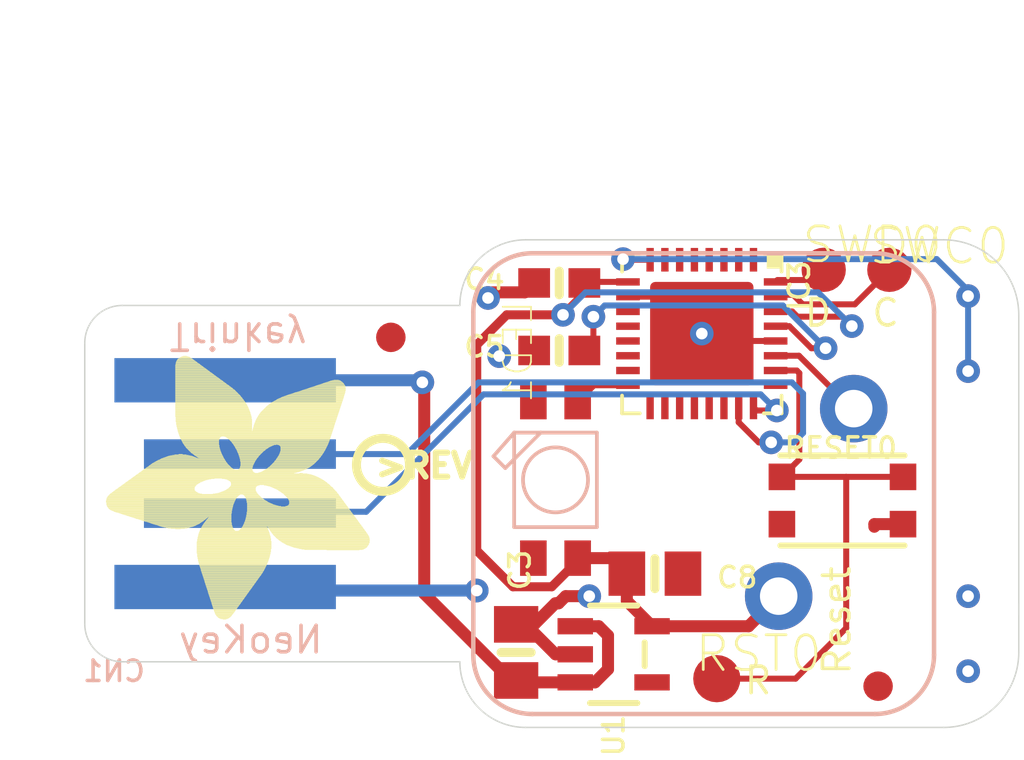
<source format=kicad_pcb>
(kicad_pcb (version 20211014) (generator pcbnew)
  (layers (0 "F.Cu" signal) (31 "B.Cu" signal) (34 "B.Paste" user) (35 "F.Paste" user) (36 "B.SilkS" user "B.Silkscreen") (37 "F.SilkS" user "F.Silkscreen") (38 "B.Mask" user) (39 "F.Mask" user) (44 "Edge.Cuts" user))
  (net 0 "")
  (net 1 "GND")
  (net 2 "D-")
  (net 3 "D+")
  (net 4 "VBUS")
  (net 5 "~{RESET}")
  (net 6 "3.3V")
  (net 7 "SWCLK")
  (net 8 "SWDIO")
  (net 9 "VDDCORE1")
  (net 10 "TOUCH")
  (net 11 "SWITCH")
  (net 12 "N$1")
  (footprint "boardEagle:TP16R" (layer "F.Cu") (at 154.0891 111.6076)
    (fp_text reference "RST0" (at -0.8001 -0.8499) (layer "F.SilkS") (effects (font (size 1.176528 1.176528) (thickness 0.093472)) (justify left)))
    (fp_text value "RST")
    (pad "TP" smd roundrect (at 0 0) (size 1.6 1.6) (layers "F.Cu" "F.Mask") (roundrect_rratio 0.5) (net 5 "~{RESET}"))
  )
  (footprint "boardEagle:SOT23-5" (layer "F.Cu") (at 150.5966 110.7821 -90)
    (fp_text reference "U1" (at 1.978 0 90) (layer "F.SilkS") (effects (font (size 0.692831 0.692831) (thickness 0.119969)) (justify right)))
    (fp_text value "AP2112K-3.3")
    (pad "1" smd rect (at -0.95 1.3001 270) (size 0.55 1.2) (layers "F.Cu" "F.Paste" "F.Mask") (net 4 "VBUS"))
    (pad "2" smd rect (at 0 1.3001 270) (size 0.55 1.2) (layers "F.Cu" "F.Paste" "F.Mask") (net 1 "GND"))
    (pad "3" smd rect (at 0.95 1.3001 270) (size 0.55 1.2) (layers "F.Cu" "F.Paste" "F.Mask") (net 4 "VBUS"))
    (pad "4" smd rect (at 0.95 -1.3001 270) (size 0.55 1.2) (layers "F.Cu" "F.Paste" "F.Mask"))
    (pad "5" smd rect (at -0.95 -1.3001 270) (size 0.55 1.2) (layers "F.Cu" "F.Paste" "F.Mask") (net 6 "3.3V"))
  )
  (footprint "boardEagle:0603-NO" (layer "F.Cu") (at 148.7551 98.2091 180)
    (fp_text reference "C4" (at 1.778 0.127) (layer "F.SilkS") (effects (font (size 0.692831 0.692831) (thickness 0.119969)) (justify right)))
    (fp_text value "1uF")
    (pad "1" smd rect (at -0.85 0 180) (size 1.075 1) (layers "F.Cu" "F.Paste" "F.Mask") (net 6 "3.3V"))
    (pad "2" smd rect (at 0.85 0 180) (size 1.075 1) (layers "F.Cu" "F.Paste" "F.Mask") (net 1 "GND"))
  )
  (footprint "boardEagle:BTN_KMR2_4.6X2.8" (layer "F.Cu") (at 158.3436 105.5751)
    (fp_text reference "RESET0" (at -2.032 -1.778) (layer "F.SilkS") (effects (font (size 0.692831 0.692831) (thickness 0.119969)) (justify left)))
    (fp_text value "KMR2")
    (pad "A" smd rect (at 2.05 -0.8) (size 0.9 0.9) (layers "F.Cu" "F.Paste" "F.Mask") (net 5 "~{RESET}"))
    (pad "A'" smd rect (at -2.05 -0.8) (size 0.9 0.9) (layers "F.Cu" "F.Paste" "F.Mask") (net 5 "~{RESET}"))
    (pad "B" smd rect (at 2.05 0.8) (size 0.9 0.9) (layers "F.Cu" "F.Paste" "F.Mask") (net 1 "GND"))
    (pad "B'" smd rect (at -2.05 0.8) (size 0.9 0.9) (layers "F.Cu" "F.Paste" "F.Mask") (net 1 "GND"))
  )
  (footprint "boardEagle:FIDUCIAL_1MM" (layer "F.Cu") (at 143.0528 100.0506 180)
    (fp_text reference "FID2" hide)
    (fp_text value "FIDUCIAL_1MM" hide)
    (pad "1" smd roundrect (at 0 0 180) (size 1 1) (layers "F.Cu" "F.Mask") (roundrect_rratio 0.5))
  )
  (footprint "boardEagle:0603-NO" (layer "F.Cu") (at 148.7551 100.4951 180)
    (fp_text reference "C5" (at 1.778 0.127) (layer "F.SilkS") (effects (font (size 0.692831 0.692831) (thickness 0.119969)) (justify right)))
    (fp_text value "1uF")
    (pad "1" smd rect (at -0.85 0 180) (size 1.075 1) (layers "F.Cu" "F.Paste" "F.Mask") (net 9 "VDDCORE1"))
    (pad "2" smd rect (at 0.85 0 180) (size 1.075 1) (layers "F.Cu" "F.Paste" "F.Mask") (net 1 "GND"))
  )
  (footprint "boardEagle:TP15R" (layer "F.Cu") (at 159.9311 97.7646)
    (fp_text reference "SWC0" (at -0.7501 -0.8001) (layer "F.SilkS") (effects (font (size 1.176528 1.176528) (thickness 0.093472)) (justify left)))
    (fp_text value "SWC")
    (pad "TP" smd roundrect (at 0 0) (size 1.5 1.5) (layers "F.Cu" "F.Mask") (roundrect_rratio 0.5) (net 7 "SWCLK"))
  )
  (footprint "boardEagle:TP15R" (layer "F.Cu") (at 157.7086 97.7646)
    (fp_text reference "SWD0" (at -0.8001 -0.8499) (layer "F.SilkS") (effects (font (size 1.176528 1.176528) (thickness 0.093472)) (justify left)))
    (fp_text value "SWD")
    (pad "TP" smd roundrect (at 0 0) (size 1.5 1.5) (layers "F.Cu" "F.Mask") (roundrect_rratio 0.5) (net 8 "SWDIO"))
  )
  (footprint "boardEagle:FIDUCIAL_1MM" (layer "F.Cu") (at 159.5501 111.8616)
    (fp_text reference "FID1" hide)
    (fp_text value "FIDUCIAL_1MM" hide)
    (pad "1" smd roundrect (at 0 0) (size 1 1) (layers "F.Cu" "F.Mask") (roundrect_rratio 0.5))
  )
  (footprint "boardEagle:ADAFRUIT_9MM" (layer "F.Cu") (at 142.3416 100.6856 180)
    (fp_text reference "U$6" hide)
    (fp_text value "" hide)
  )
  (footprint "boardEagle:0805-NO" (layer "F.Cu") (at 151.9936 108.0516)
    (fp_text reference "C8" (at 2.032 0.127) (layer "F.SilkS") (effects (font (size 0.692831 0.692831) (thickness 0.119969)) (justify left)))
    (fp_text value "10uF")
    (pad "1" smd rect (at -0.95 0) (size 1.24 1.5) (layers "F.Cu" "F.Paste" "F.Mask") (net 6 "3.3V"))
    (pad "2" smd rect (at 0.95 0) (size 1.24 1.5) (layers "F.Cu" "F.Paste" "F.Mask") (net 1 "GND"))
  )
  (footprint "boardEagle:PCBFEAT-REV-040" (layer "F.Cu") (at 142.7861 104.3686)
    (fp_text reference "U$8" hide)
    (fp_text value "" hide)
    (fp_text user ">REV" (at -0.3556 0.508) (layer "F.SilkS") (effects (font (size 0.8128 0.8128) (thickness 0.2032)) (justify left bottom)))
  )
  (footprint "boardEagle:0805-NO" (layer "F.Cu") (at 147.2946 110.7186 90)
    (fp_text reference "C3" (at 2.032 0.127 90) (layer "F.SilkS") (effects (font (size 0.692831 0.692831) (thickness 0.119969)) (justify left)))
    (fp_text value "10uF")
    (pad "1" smd rect (at -0.95 0 90) (size 1.24 1.5) (layers "F.Cu" "F.Paste" "F.Mask") (net 4 "VBUS"))
    (pad "2" smd rect (at 0.95 0 90) (size 1.24 1.5) (layers "F.Cu" "F.Paste" "F.Mask") (net 1 "GND"))
  )
  (footprint "boardEagle:QFN32_5MM" (layer "F.Cu") (at 153.5811 99.9236 -90)
    (fp_text reference "IC3" (at -2.54 -3.298 90) (layer "F.SilkS") (effects (font (size 0.692831 0.692831) (thickness 0.119969)) (justify right)))
    (fp_text value "ATSAMD21E")
    (pad "1" smd rect (at -2.5 -1.75) (size 0.25 0.8) (layers "F.Cu" "F.Paste"))
    (pad "2" smd rect (at -2.5 -1.25) (size 0.25 0.8) (layers "F.Cu" "F.Paste"))
    (pad "3" smd rect (at -2.5 -0.75) (size 0.25 0.8) (layers "F.Cu" "F.Paste"))
    (pad "4" smd rect (at -2.5 -0.25) (size 0.25 0.8) (layers "F.Cu" "F.Paste"))
    (pad "5" smd rect (at -2.5 0.25) (size 0.25 0.8) (layers "F.Cu" "F.Paste"))
    (pad "6" smd rect (at -2.5 0.75) (size 0.25 0.8) (layers "F.Cu" "F.Paste"))
    (pad "7" smd rect (at -2.5 1.25) (size 0.25 0.8) (layers "F.Cu" "F.Paste"))
    (pad "8" smd rect (at -2.5 1.75) (size 0.25 0.8) (layers "F.Cu" "F.Paste") (net 10 "TOUCH"))
    (pad "9" smd rect (at -1.75 2.5 90) (size 0.25 0.8) (layers "F.Cu" "F.Paste") (net 6 "3.3V"))
    (pad "10" smd rect (at -1.25 2.5 90) (size 0.25 0.8) (layers "F.Cu" "F.Paste") (net 1 "GND"))
    (pad "11" smd rect (at -0.75 2.5 90) (size 0.25 0.8) (layers "F.Cu" "F.Paste"))
    (pad "12" smd rect (at -0.25 2.5 90) (size 0.25 0.8) (layers "F.Cu" "F.Paste"))
    (pad "13" smd rect (at 0.25 2.5 90) (size 0.25 0.8) (layers "F.Cu" "F.Paste"))
    (pad "14" smd rect (at 0.75 2.5 90) (size 0.25 0.8) (layers "F.Cu" "F.Paste"))
    (pad "15" smd rect (at 1.25 2.5 90) (size 0.25 0.8) (layers "F.Cu" "F.Paste"))
    (pad "16" smd rect (at 1.75 2.5 90) (size 0.25 0.8) (layers "F.Cu" "F.Paste") (net 12 "N$1"))
    (pad "17" smd rect (at 2.5 1.75 180) (size 0.25 0.8) (layers "F.Cu" "F.Paste"))
    (pad "18" smd rect (at 2.5 1.25 180) (size 0.25 0.8) (layers "F.Cu" "F.Paste"))
    (pad "19" smd rect (at 2.5 0.75 180) (size 0.25 0.8) (layers "F.Cu" "F.Paste"))
    (pad "20" smd rect (at 2.5 0.25 180) (size 0.25 0.8) (layers "F.Cu" "F.Paste"))
    (pad "21" smd rect (at 2.5 -0.25 180) (size 0.25 0.8) (layers "F.Cu" "F.Paste"))
    (pad "22" smd rect (at 2.5 -0.75 180) (size 0.25 0.8) (layers "F.Cu" "F.Paste"))
    (pad "23" smd rect (at 2.5 -1.25 180) (size 0.25 0.8) (layers "F.Cu" "F.Paste") (net 2 "D-"))
    (pad "24" smd rect (at 2.5 -1.75 180) (size 0.25 0.8) (layers "F.Cu" "F.Paste") (net 3 "D+"))
    (pad "25" smd rect (at 1.75 -2.5 270) (size 0.25 0.8) (layers "F.Cu" "F.Paste"))
    (pad "26" smd rect (at 1.25 -2.5 270) (size 0.25 0.8) (layers "F.Cu" "F.Paste") (net 5 "~{RESET}"))
    (pad "27" smd rect (at 0.75 -2.5 270) (size 0.25 0.8) (layers "F.Cu" "F.Paste") (net 11 "SWITCH"))
    (pad "28" smd rect (at 0.25 -2.5 270) (size 0.25 0.8) (layers "F.Cu" "F.Paste") (net 1 "GND"))
    (pad "29" smd rect (at -0.25 -2.5 270) (size 0.25 0.8) (layers "F.Cu" "F.Paste") (net 9 "VDDCORE1"))
    (pad "30" smd rect (at -0.75 -2.5 270) (size 0.25 0.8) (layers "F.Cu" "F.Paste") (net 6 "3.3V"))
    (pad "31" smd rect (at -1.25 -2.5 270) (size 0.25 0.8) (layers "F.Cu" "F.Paste") (net 7 "SWCLK"))
    (pad "32" smd rect (at -1.75 -2.5 270) (size 0.25 0.8) (layers "F.Cu" "F.Paste") (net 8 "SWDIO"))
    (pad "33" smd roundrect (at 0 0 270) (size 3.5 3.5) (layers "F.Cu" "F.Mask") (roundrect_rratio 0.05) (net 1 "GND"))
  )
  (footprint "boardEagle:USBA_PCB" (layer "B.Cu") (at 137.6426 105.0036)
    (fp_text reference "CN1" (at -5.08 6.35) (layer "B.SilkS") (effects (font (size 0.692831 0.692831) (thickness 0.119969)) (justify right mirror)))
    (fp_text value "")
    (pad "GND" smd rect (at -0.2 3.5) (size 7.5 1.5) (layers "B.Cu" "B.Mask") (net 1 "GND"))
    (pad "USB_NEG" smd rect (at 0.3 -1) (size 6.5 1) (layers "B.Cu" "B.Mask") (net 2 "D-"))
    (pad "USB_PLUS" smd rect (at 0.3 1) (size 6.5 1) (layers "B.Cu" "B.Mask") (net 3 "D+"))
    (pad "VCC" smd rect (at -0.2 -3.5) (size 7.5 1.5) (layers "B.Cu" "B.Mask") (net 4 "VBUS"))
  )
  (footprint "boardEagle:KAILH_BOX_MX_NOSTABILIZERS" (layer "B.Cu") (at 153.6446 105.0036 90)
    (fp_text reference "SW1" hide)
    (fp_text value "MX" hide)
    (pad "" np_thru_hole circle (at 0 0 90) (size 3.9 3.9) (drill 3.9) (layers *.Cu *.Mask))
    (pad "1" thru_hole circle (at -3.81 2.54 90) (size 2.286 2.286) (drill 1.27) (layers *.Cu *.Mask) (net 6 "3.3V"))
    (pad "2" thru_hole circle (at 2.54 5.08 90) (size 2.286 2.286) (drill 1.27) (layers *.Cu *.Mask) (net 11 "SWITCH"))
  )
  (footprint "boardEagle:NEO3535_REVERSE" (layer "B.Cu") (at 148.6281 104.8766 -90)
    (fp_text reference "LED1" (at -2.54 1.27 -270) (layer "F.SilkS") (effects (font (size 0.957478 0.957478) (thickness 0.058522)) (justify right mirror)))
    (fp_text value "WS2812B_SK6812E")
    (pad "1-VDD" smd rect (at 2.65 -0.75 270) (size 1.2 0.9) (layers "F.Cu" "F.Paste" "F.Mask") (net 6 "3.3V"))
    (pad "2-DOUT" smd rect (at 2.65 0.75 270) (size 1.2 0.9) (layers "F.Cu" "F.Paste" "F.Mask"))
    (pad "3-GND" smd rect (at -2.65 0.75 270) (size 1.2 0.9) (layers "F.Cu" "F.Paste" "F.Mask") (net 1 "GND"))
    (pad "4-DIN" smd rect (at -2.65 -0.75 270) (size 1.2 0.9) (layers "F.Cu" "F.Paste" "F.Mask") (net 12 "N$1"))
  )
  (gr_arc (start 147.6121 113.2586) (mid 146.040555 112.607645) (end 145.3896 111.0361) (layer "Edge.Cuts") (width 0.05))
  (gr_arc (start 133.9896 111.0361) (mid 133.076574 110.670339) (end 132.6896 109.7661) (layer "Edge.Cuts") (width 0.05))
  (gr_line (start 132.6896 100.2411) (end 132.6896 109.7661) (layer "Edge.Cuts") (width 0.05))
  (gr_arc (start 132.6896 100.2411) (mid 133.061574 99.343074) (end 133.9596 98.9711) (layer "Edge.Cuts") (width 0.05))
  (gr_line (start 145.3896 98.9711) (end 133.9596 98.9711) (layer "Edge.Cuts") (width 0.05))
  (gr_line (start 133.9896 111.0361) (end 145.3896 111.0361) (layer "Edge.Cuts") (width 0.05))
  (gr_line (start 164.3126 110.7186) (end 164.3126 109.0676) (layer "Edge.Cuts") (width 0.05))
  (gr_line (start 164.3126 109.4486) (end 164.3126 99.2886) (layer "Edge.Cuts") (width 0.05))
  (gr_line (start 161.7726 96.7486) (end 147.6121 96.7486) (layer "Edge.Cuts") (width 0.05))
  (gr_arc (start 164.3126 110.7186) (mid 163.568651 112.514651) (end 161.7726 113.2586) (layer "Edge.Cuts") (width 0.05))
  (gr_arc (start 145.3896 98.9711) (mid 146.040555 97.399555) (end 147.6121 96.7486) (layer "Edge.Cuts") (width 0.05))
  (gr_arc (start 161.7726 96.7486) (mid 163.568651 97.492549) (end 164.3126 99.2886) (layer "Edge.Cuts") (width 0.05))
  (gr_line (start 147.6121 113.2586) (end 161.7726 113.2586) (layer "Edge.Cuts") (width 0.05))
  (gr_text "Trinkey" (at 135.4836 99.4791 -180) (layer "B.SilkS") (effects (font (size 0.89408 0.89408) (thickness 0.12192)) (justify left bottom mirror)))
  (gr_text "NeoKey" (at 135.8011 109.7661) (layer "B.SilkS") (effects (font (size 0.89408 0.89408) (thickness 0.12192)) (justify right top mirror)))
  (gr_text "D" (at 157.5181 99.2251) (layer "F.SilkS") (effects (font (size 0.89408 0.89408) (thickness 0.12192))))
  (gr_text "C" (at 159.8041 99.2251) (layer "F.SilkS") (effects (font (size 0.89408 0.89408) (thickness 0.12192))))
  (gr_text "Reset" (at 158.1531 109.6391 90) (layer "F.SilkS") (effects (font (size 0.89408 0.89408) (thickness 0.12192))))
  (gr_text "R" (at 155.4861 111.6711) (layer "F.SilkS") (effects (font (size 0.89408 0.89408) (thickness 0.12192))))
  (segment (start 149.2965 110.7821) (end 148.6281 110.7821) (width 0.4064) (layer "F.Cu") (net 1))
  (segment (start 148.973868 108.8136) (end 149.7711 108.8136) (width 0.4064) (layer "F.Cu") (net 1))
  (segment (start 153.2636 99.9236) (end 153.5811 99.9236) (width 0.2032) (layer "F.Cu") (net 1))
  (segment (start 152.8826 99.9236) (end 153.2636 99.9236) (width 0.2032) (layer "F.Cu") (net 1))
  (segment (start 159.4231 106.3751) (end 159.4231 106.4641) (width 0.4064) (layer "F.Cu") (net 1))
  (segment (start 148.6281 110.7821) (end 147.6146 109.7686) (width 0.4064) (layer "F.Cu") (net 1))
  (segment (start 153.2636 100.1736) (end 153.2636 99.9236) (width 0.2032) (layer "F.Cu") (net 1))
  (segment (start 151.0811 98.6736) (end 152.8826 98.6736) (width 0.2032) (layer "F.Cu") (net 1))
  (segment (start 160.3936 106.3751) (end 159.4231 106.3751) (width 0.4064) (layer "F.Cu") (net 1))
  (segment (start 147.5876 98.5266) (end 146.4691 98.5266) (width 0.4064) (layer "F.Cu") (net 1))
  (segment (start 152.8826 98.6736) (end 152.8826 99.9236) (width 0.2032) (layer "F.Cu") (net 1))
  (segment (start 148.623962 109.0549) (end 148.732568 109.0549) (width 0.4064) (layer "F.Cu") (net 1))
  (segment (start 147.9051 98.2091) (end 147.5876 98.5266) (width 0.4064) (layer "F.Cu") (net 1))
  (segment (start 156.0811 100.1736) (end 153.2636 100.1736) (width 0.2032) (layer "F.Cu") (net 1))
  (segment (start 147.910262 109.7686) (end 148.623962 109.0549) (width 0.4064) (layer "F.Cu") (net 1))
  (segment (start 147.2946 109.7686) (end 147.910262 109.7686) (width 0.4064) (layer "F.Cu") (net 1))
  (segment (start 147.6146 109.7686) (end 147.2946 109.7686) (width 0.4064) (layer "F.Cu") (net 1))
  (segment (start 148.732568 109.0549) (end 148.973868 108.8136) (width 0.4064) (layer "F.Cu") (net 1))
  (via (at 149.7711 108.8136) (size 0.8001) (drill 0.3937) (layers "F.Cu" "B.Cu") (net 1))
  (via (at 153.5811 99.9236) (size 0.8001) (drill 0.3937) (layers "F.Cu" "B.Cu") (net 1))
  (via (at 146.3421 98.7171) (size 0.8001) (drill 0.3937) (layers "F.Cu" "B.Cu") (net 1))
  (via (at 146.7231 100.6856) (size 0.8001) (drill 0.3937) (layers "F.Cu" "B.Cu") (net 1))
  (via (at 145.9611 108.6231) (size 0.8001) (drill 0.3937) (layers "F.Cu" "B.Cu") (net 1))
  (segment (start 137.4426 108.6231) (end 145.9611 108.6231) (width 0.4064) (layer "B.Cu") (net 1))
  (segment (start 137.4426 108.5036) (end 137.4426 108.6231) (width 0.4064) (layer "B.Cu") (net 1))
  (segment (start 154.8311 102.4236) (end 154.8311 102.929488) (width 0.2032) (layer "F.Cu") (net 2))
  (segment (start 155.508368 103.606757) (end 155.930443 103.606757) (width 0.2032) (layer "F.Cu") (net 2))
  (segment (start 154.8311 102.929488) (end 155.508368 103.606757) (width 0.2032) (layer "F.Cu") (net 2))
  (via (at 155.930443 103.606757) (size 0.8001) (drill 0.3937) (layers "F.Cu" "B.Cu") (net 2))
  (segment (start 146.0246 101.5746) (end 156.6291 101.5746) (width 0.2032) (layer "B.Cu") (net 2))
  (segment (start 137.9426 104.0036) (end 143.5956 104.0036) (width 0.2032) (layer "B.Cu") (net 2))
  (segment (start 157.0101 101.9556) (end 157.0101 103.2891) (width 0.2032) (layer "B.Cu") (net 2))
  (segment (start 157.0101 103.2891) (end 156.692443 103.606757) (width 0.2032) (layer "B.Cu") (net 2))
  (segment (start 156.6291 101.5746) (end 157.0101 101.9556) (width 0.2032) (layer "B.Cu") (net 2))
  (segment (start 156.692443 103.606757) (end 155.930443 103.606757) (width 0.2032) (layer "B.Cu") (net 2))
  (segment (start 143.5956 104.0036) (end 146.0246 101.5746) (width 0.2032) (layer "B.Cu") (net 2))
  (segment (start 155.4346 102.5271) (end 156.1211 102.5271) (width 0.2032) (layer "F.Cu") (net 3))
  (segment (start 155.3311 102.4236) (end 155.4346 102.5271) (width 0.2032) (layer "F.Cu") (net 3))
  (via (at 156.1211 102.5271) (size 0.8001) (drill 0.3937) (layers "F.Cu" "B.Cu") (net 3))
  (segment (start 156.1211 102.5271) (end 155.575 101.981) (width 0.2032) (layer "B.Cu") (net 3))
  (segment (start 146.192937 101.981) (end 142.217837 105.9561) (width 0.2032) (layer "B.Cu") (net 3))
  (segment (start 139.3571 105.9561) (end 139.2936 105.8926) (width 0.2032) (layer "B.Cu") (net 3))
  (segment (start 139.2936 105.8926) (end 138.0536 105.8926) (width 0.2032) (layer "B.Cu") (net 3))
  (segment (start 142.217837 105.9561) (end 139.3571 105.9561) (width 0.2032) (layer "B.Cu") (net 3))
  (segment (start 138.0536 105.8926) (end 137.9426 106.0036) (width 0.2032) (layer "B.Cu") (net 3))
  (segment (start 155.575 101.981) (end 146.192937 101.981) (width 0.2032) (layer "B.Cu") (net 3))
  (segment (start 150.4061 111.2901) (end 149.9641 111.7321) (width 0.4064) (layer "F.Cu") (net 4))
  (segment (start 150.4061 110.1471) (end 150.4061 111.2901) (width 0.4064) (layer "F.Cu") (net 4))
  (segment (start 144.1831 101.6381) (end 144.1831 108.728837) (width 0.4064) (layer "F.Cu") (net 4))
  (segment (start 147.2946 111.6686) (end 147.3581 111.7321) (width 0.4064) (layer "F.Cu") (net 4))
  (segment (start 150.0911 109.8321) (end 150.4061 110.1471) (width 0.4064) (layer "F.Cu") (net 4))
  (segment (start 149.2965 109.8321) (end 150.0911 109.8321) (width 0.4064) (layer "F.Cu") (net 4))
  (segment (start 147.122862 111.6686) (end 144.1831 108.728837) (width 0.4064) (layer "F.Cu") (net 4))
  (segment (start 147.122862 111.6686) (end 147.2946 111.6686) (width 0.4064) (layer "F.Cu") (net 4))
  (segment (start 144.1196 101.5746) (end 144.1831 101.6381) (width 0.4064) (layer "F.Cu") (net 4))
  (segment (start 149.9641 111.7321) (end 149.2965 111.7321) (width 0.4064) (layer "F.Cu") (net 4))
  (segment (start 147.3581 111.7321) (end 149.2965 111.7321) (width 0.4064) (layer "F.Cu") (net 4))
  (via (at 144.1196 101.5746) (size 0.8001) (drill 0.3937) (layers "F.Cu" "B.Cu") (net 4))
  (segment (start 137.4426 101.5036) (end 144.0486 101.5036) (width 0.4064) (layer "B.Cu") (net 4))
  (segment (start 144.0486 101.5036) (end 144.1196 101.5746) (width 0.4064) (layer "B.Cu") (net 4))
  (segment (start 156.7561 111.6076) (end 158.4706 109.8931) (width 0.2032) (layer "F.Cu") (net 5))
  (segment (start 156.2936 104.7751) (end 158.4706 104.7751) (width 0.2032) (layer "F.Cu") (net 5))
  (segment (start 156.0811 101.1736) (end 156.796362 101.1736) (width 0.2032) (layer "F.Cu") (net 5))
  (segment (start 156.796362 101.1736) (end 156.8831 101.260338) (width 0.2032) (layer "F.Cu") (net 5))
  (segment (start 158.4706 109.8931) (end 158.4706 104.7751) (width 0.2032) (layer "F.Cu") (net 5))
  (segment (start 156.8831 104.1856) (end 156.2936 104.7751) (width 0.2032) (layer "F.Cu") (net 5))
  (segment (start 156.8831 101.260338) (end 156.8831 104.1856) (width 0.2032) (layer "F.Cu") (net 5))
  (segment (start 158.4706 104.7751) (end 160.3936 104.7751) (width 0.2032) (layer "F.Cu") (net 5))
  (segment (start 154.0891 111.6076) (end 156.7561 111.6076) (width 0.2032) (layer "F.Cu") (net 5))
  (segment (start 156.8196 99.3521) (end 156.6411 99.1736) (width 0.2032) (layer "F.Cu") (net 6))
  (segment (start 148.8821 99.2886) (end 146.9771 99.2886) (width 0.3048) (layer "F.Cu") (net 6))
  (segment (start 145.9611 100.3046) (end 145.9611 107.269) (width 0.3048) (layer "F.Cu") (net 6))
  (segment (start 158.3436 99.3521) (end 158.6611 99.6696) (width 0.2032) (layer "F.Cu") (net 6))
  (segment (start 149.6051 98.5021) (end 148.8821 99.2251) (width 0.2032) (layer "F.Cu") (net 6))
  (segment (start 151.0436 108.0516) (end 150.5186 107.5266) (width 0.4064) (layer "F.Cu") (net 6))
  (segment (start 146.9771 99.2886) (end 145.9611 100.3046) (width 0.3048) (layer "F.Cu") (net 6))
  (segment (start 156.0811 99.1736) (end 156.6411 99.1736) (width 0.2032) (layer "F.Cu") (net 6))
  (segment (start 151.8967 109.8321) (end 155.1661 109.8321) (width 0.4064) (layer "F.Cu") (net 6))
  (segment (start 148.8821 99.2251) (end 148.8821 99.2886) (width 0.2032) (layer "F.Cu") (net 6))
  (segment (start 151.0436 108.979) (end 151.0436 108.0516) (width 0.4064) (layer "F.Cu") (net 6))
  (segment (start 155.1661 109.8321) (end 156.1846 108.8136) (width 0.4064) (layer "F.Cu") (net 6))
  (segment (start 147.1882 108.4961) (end 148.5011 108.4961) (width 0.3048) (layer "F.Cu") (net 6))
  (segment (start 151.8967 109.8321) (end 151.0436 108.979) (width 0.4064) (layer "F.Cu") (net 6))
  (segment (start 149.6051 98.2091) (end 149.6051 98.5021) (width 0.2032) (layer "F.Cu") (net 6))
  (segment (start 149.8456 98.1736) (end 149.6051 98.2091) (width 0.2032) (layer "F.Cu") (net 6))
  (segment (start 148.5011 108.4961) (end 149.3781 107.6191) (width 0.3048) (layer "F.Cu") (net 6))
  (segment (start 145.9611 107.269) (end 147.1882 108.4961) (width 0.3048) (layer "F.Cu") (net 6))
  (segment (start 151.0811 98.1736) (end 149.8456 98.1736) (width 0.2032) (layer "F.Cu") (net 6))
  (segment (start 150.5186 107.5266) (end 149.3781 107.5266) (width 0.4064) (layer "F.Cu") (net 6))
  (segment (start 158.3436 99.3521) (end 156.8196 99.3521) (width 0.2032) (layer "F.Cu") (net 6))
  (segment (start 149.3781 107.6191) (end 149.3781 107.5266) (width 0.3048) (layer "F.Cu") (net 6))
  (via (at 158.6611 99.6696) (size 0.8001) (drill 0.3937) (layers "F.Cu" "B.Cu") (net 6))
  (via (at 148.8821 99.2886) (size 0.8001) (drill 0.3937) (layers "F.Cu" "B.Cu") (net 6))
  (segment (start 148.8821 99.2886) (end 149.6441 98.5266) (width 0.2032) (layer "B.Cu") (net 6))
  (segment (start 158.6611 99.6696) (end 157.5181 98.5266) (width 0.2032) (layer "B.Cu") (net 6))
  (segment (start 157.5181 98.5266) (end 149.6441 98.5266) (width 0.2032) (layer "B.Cu") (net 6))
  (segment (start 158.7628 98.9329) (end 159.9311 97.7646) (width 0.2032) (layer "F.Cu") (net 7))
  (segment (start 156.674175 98.6101) (end 156.996975 98.9329) (width 0.2032) (layer "F.Cu") (net 7))
  (segment (start 156.674175 98.6101) (end 156.1446 98.6101) (width 0.2032) (layer "F.Cu") (net 7))
  (segment (start 156.996975 98.9329) (end 158.7628 98.9329) (width 0.2032) (layer "F.Cu") (net 7))
  (segment (start 156.0811 98.6736) (end 156.1446 98.6101) (width 0.2032) (layer "F.Cu") (net 7))
  (segment (start 157.4266 98.1101) (end 156.1446 98.1101) (width 0.2032) (layer "F.Cu") (net 8))
  (segment (start 156.0811 98.1736) (end 156.1446 98.1101) (width 0.2032) (layer "F.Cu") (net 8))
  (segment (start 157.4266 98.1101) (end 157.7086 97.7646) (width 0.2032) (layer "F.Cu") (net 8))
  (segment (start 149.9108 100.1894) (end 149.9108 99.3521) (width 0.2032) (layer "F.Cu") (net 9))
  (segment (start 157.2904 100.4189) (end 157.7721 100.4189) (width 0.2032) (layer "F.Cu") (net 9))
  (segment (start 156.0811 99.6736) (end 156.5451 99.6736) (width 0.2032) (layer "F.Cu") (net 9))
  (segment (start 149.6051 100.4951) (end 149.9108 100.1894) (width 0.2032) (layer "F.Cu") (net 9))
  (segment (start 157.2904 100.4189) (end 156.5451 99.6736) (width 0.2032) (layer "F.Cu") (net 9))
  (via (at 149.9108 99.3521) (size 0.8001) (drill 0.3937) (layers "F.Cu" "B.Cu") (net 9))
  (via (at 157.7721 100.4189) (size 0.8001) (drill 0.3937) (layers "F.Cu" "B.Cu") (net 9))
  (segment (start 156.3243 98.9711) (end 150.2918 98.9711) (width 0.2032) (layer "B.Cu") (net 9))
  (segment (start 149.9108 99.3521) (end 150.2918 98.9711) (width 0.2032) (layer "B.Cu") (net 9))
  (segment (start 156.3243 98.9711) (end 157.7721 100.4189) (width 0.2032) (layer "B.Cu") (net 9))
  (segment (start 150.93505 97.4236) (end 150.9141 97.40265) (width 0.2032) (layer "F.Cu") (net 10))
  (segment (start 151.8311 97.4236) (end 150.93505 97.4236) (width 0.2032) (layer "F.Cu") (net 10))
  (via (at 162.5981 108.8136) (size 0.8001) (drill 0.3937) (layers "F.Cu" "B.Cu") (net 10))
  (via (at 162.5981 98.6536) (size 0.8001) (drill 0.3937) (layers "F.Cu" "B.Cu") (net 10))
  (via (at 162.5981 111.3536) (size 0.8001) (drill 0.3937) (layers "F.Cu" "B.Cu") (net 10))
  (via (at 162.5981 101.1936) (size 0.8001) (drill 0.3937) (layers "F.Cu" "B.Cu") (net 10))
  (via (at 150.9141 97.40265) (size 0.8001) (drill 0.3937) (layers "F.Cu" "B.Cu") (net 10))
  (segment (start 162.5981 98.4631) (end 162.5981 101.1936) (width 0.2032) (layer "B.Cu") (net 10))
  (segment (start 161.53765 97.40265) (end 162.5981 98.4631) (width 0.2032) (layer "B.Cu") (net 10))
  (segment (start 150.9141 97.40265) (end 161.53765 97.40265) (width 0.2032) (layer "B.Cu") (net 10))
  (segment (start 156.8711 100.6736) (end 158.6611 102.4636) (width 0.2032) (layer "F.Cu") (net 11))
  (segment (start 158.6611 102.4636) (end 158.7246 102.4636) (width 0.2032) (layer "F.Cu") (net 11))
  (segment (start 156.0811 100.6736) (end 156.8711 100.6736) (width 0.2032) (layer "F.Cu") (net 11))
  (segment (start 151.0811 101.6736) (end 149.9311 101.6736) (width 0.2032) (layer "F.Cu") (net 12))
  (segment (start 149.9311 101.6736) (end 149.3781 102.2266) (width 0.2032) (layer "F.Cu") (net 12))
)
</source>
